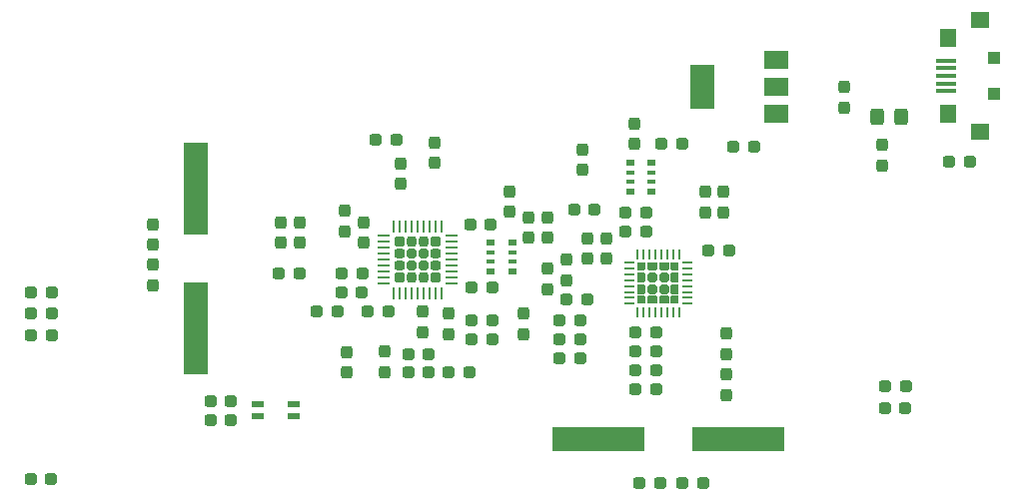
<source format=gtp>
G04 #@! TF.GenerationSoftware,KiCad,Pcbnew,8.0.4*
G04 #@! TF.CreationDate,2024-09-14T16:47:45+09:00*
G04 #@! TF.ProjectId,100base-t1-converter,31303062-6173-4652-9d74-312d636f6e76,rev?*
G04 #@! TF.SameCoordinates,Original*
G04 #@! TF.FileFunction,Paste,Top*
G04 #@! TF.FilePolarity,Positive*
%FSLAX46Y46*%
G04 Gerber Fmt 4.6, Leading zero omitted, Abs format (unit mm)*
G04 Created by KiCad (PCBNEW 8.0.4) date 2024-09-14 16:47:45*
%MOMM*%
%LPD*%
G01*
G04 APERTURE LIST*
G04 Aperture macros list*
%AMRoundRect*
0 Rectangle with rounded corners*
0 $1 Rounding radius*
0 $2 $3 $4 $5 $6 $7 $8 $9 X,Y pos of 4 corners*
0 Add a 4 corners polygon primitive as box body*
4,1,4,$2,$3,$4,$5,$6,$7,$8,$9,$2,$3,0*
0 Add four circle primitives for the rounded corners*
1,1,$1+$1,$2,$3*
1,1,$1+$1,$4,$5*
1,1,$1+$1,$6,$7*
1,1,$1+$1,$8,$9*
0 Add four rect primitives between the rounded corners*
20,1,$1+$1,$2,$3,$4,$5,0*
20,1,$1+$1,$4,$5,$6,$7,0*
20,1,$1+$1,$6,$7,$8,$9,0*
20,1,$1+$1,$8,$9,$2,$3,0*%
%AMFreePoly0*
4,1,7,0.322490,0.294667,0.322490,-0.294667,0.214044,-0.403113,-0.322490,-0.403113,-0.322490,0.403113,0.214044,0.403113,0.322490,0.294667,0.322490,0.294667,$1*%
%AMFreePoly1*
4,1,7,0.322490,-0.403113,-0.214044,-0.403113,-0.322490,-0.294667,-0.322490,0.294667,-0.214044,0.403113,0.322490,0.403113,0.322490,-0.403113,0.322490,-0.403113,$1*%
%AMFreePoly2*
4,1,7,0.403113,-0.214044,0.294667,-0.322490,-0.294667,-0.322490,-0.403113,-0.214044,-0.403113,0.322490,0.403113,0.322490,0.403113,-0.214044,0.403113,-0.214044,$1*%
%AMFreePoly3*
4,1,7,0.403113,0.214044,0.403113,-0.322490,-0.403113,-0.322490,-0.403113,0.214044,-0.294667,0.322490,0.294667,0.322490,0.403113,0.214044,0.403113,0.214044,$1*%
%AMFreePoly4*
4,1,6,0.322490,-0.194667,0.194667,-0.322490,-0.322490,-0.322490,-0.322490,0.322490,0.322490,0.322490,0.322490,-0.194667,0.322490,-0.194667,$1*%
%AMFreePoly5*
4,1,6,0.322490,0.194667,0.322490,-0.322490,-0.322490,-0.322490,-0.322490,0.322490,0.194667,0.322490,0.322490,0.194667,0.322490,0.194667,$1*%
%AMFreePoly6*
4,1,6,0.322490,-0.322490,-0.194667,-0.322490,-0.322490,-0.194667,-0.322490,0.322490,0.322490,0.322490,0.322490,-0.322490,0.322490,-0.322490,$1*%
%AMFreePoly7*
4,1,6,0.322490,-0.322490,-0.322490,-0.322490,-0.322490,0.194667,-0.194667,0.322490,0.322490,0.322490,0.322490,-0.322490,0.322490,-0.322490,$1*%
G04 Aperture macros list end*
%ADD10RoundRect,0.237500X0.237500X-0.287500X0.237500X0.287500X-0.237500X0.287500X-0.237500X-0.287500X0*%
%ADD11RoundRect,0.237500X-0.287500X-0.237500X0.287500X-0.237500X0.287500X0.237500X-0.287500X0.237500X0*%
%ADD12RoundRect,0.237500X-0.237500X0.287500X-0.237500X-0.287500X0.237500X-0.287500X0.237500X0.287500X0*%
%ADD13RoundRect,0.237500X0.287500X0.237500X-0.287500X0.237500X-0.287500X-0.237500X0.287500X-0.237500X0*%
%ADD14RoundRect,0.250000X-0.325000X-0.450000X0.325000X-0.450000X0.325000X0.450000X-0.325000X0.450000X0*%
%ADD15R,1.050000X0.600000*%
%ADD16R,1.800000X0.400000*%
%ADD17R,1.400000X1.500000*%
%ADD18R,1.500000X1.350000*%
%ADD19R,1.000000X1.100000*%
%ADD20R,2.000000X3.800000*%
%ADD21R,2.000000X1.500000*%
%ADD22RoundRect,0.201557X-0.201556X-0.201556X0.201556X-0.201556X0.201556X0.201556X-0.201556X0.201556X0*%
%ADD23RoundRect,0.201557X-0.221711X-0.201556X0.221711X-0.201556X0.221711X0.201556X-0.221711X0.201556X0*%
%ADD24RoundRect,0.201557X-0.201556X-0.221711X0.201556X-0.221711X0.201556X0.221711X-0.201556X0.221711X0*%
%ADD25RoundRect,0.211634X-0.211634X-0.211634X0.211634X-0.211634X0.211634X0.211634X-0.211634X0.211634X0*%
%ADD26RoundRect,0.062500X-0.475000X-0.062500X0.475000X-0.062500X0.475000X0.062500X-0.475000X0.062500X0*%
%ADD27RoundRect,0.062500X-0.062500X-0.475000X0.062500X-0.475000X0.062500X0.475000X-0.062500X0.475000X0*%
%ADD28RoundRect,0.201557X0.201556X0.201556X-0.201556X0.201556X-0.201556X-0.201556X0.201556X-0.201556X0*%
%ADD29FreePoly0,180.000000*%
%ADD30FreePoly1,180.000000*%
%ADD31FreePoly2,180.000000*%
%ADD32FreePoly3,180.000000*%
%ADD33FreePoly4,180.000000*%
%ADD34FreePoly5,180.000000*%
%ADD35FreePoly6,180.000000*%
%ADD36FreePoly7,180.000000*%
%ADD37RoundRect,0.062500X0.337500X0.062500X-0.337500X0.062500X-0.337500X-0.062500X0.337500X-0.062500X0*%
%ADD38RoundRect,0.062500X0.062500X0.337500X-0.062500X0.337500X-0.062500X-0.337500X0.062500X-0.337500X0*%
%ADD39R,2.000000X7.875000*%
%ADD40R,7.875000X2.000000*%
%ADD41R,0.800000X0.500000*%
%ADD42R,0.800000X0.400000*%
G04 APERTURE END LIST*
D10*
G04 #@! TO.C,R4*
X213600000Y-99150000D03*
X213600000Y-97400000D03*
G04 #@! TD*
D11*
G04 #@! TO.C,C21*
X220250000Y-98600000D03*
X222000000Y-98600000D03*
G04 #@! TD*
D12*
G04 #@! TO.C,C19*
X227000000Y-97000000D03*
X227000000Y-95250000D03*
G04 #@! TD*
D10*
G04 #@! TO.C,C1*
X238760000Y-88110000D03*
X238760000Y-86360000D03*
G04 #@! TD*
D11*
G04 #@! TO.C,C2*
X229390000Y-91440000D03*
X231140000Y-91440000D03*
G04 #@! TD*
D10*
G04 #@! TO.C,C3*
X198000000Y-97850000D03*
X198000000Y-99600000D03*
G04 #@! TD*
D13*
G04 #@! TO.C,C4*
X208950000Y-106200000D03*
X207200000Y-106200000D03*
G04 #@! TD*
D11*
G04 #@! TO.C,C5*
X196125000Y-103800000D03*
X197875000Y-103800000D03*
G04 #@! TD*
G04 #@! TO.C,C6*
X197950000Y-102200000D03*
X196200000Y-102200000D03*
G04 #@! TD*
D13*
G04 #@! TO.C,C7*
X207200000Y-103400000D03*
X208950000Y-103400000D03*
G04 #@! TD*
D11*
G04 #@! TO.C,C8*
X207050000Y-98000000D03*
X208800000Y-98000000D03*
G04 #@! TD*
G04 #@! TO.C,C9*
X203550000Y-109000000D03*
X201800000Y-109000000D03*
G04 #@! TD*
G04 #@! TO.C,C10*
X201800000Y-110600000D03*
X203550000Y-110600000D03*
G04 #@! TD*
D10*
G04 #@! TO.C,C11*
X203000000Y-107150000D03*
X203000000Y-105400000D03*
G04 #@! TD*
D13*
G04 #@! TO.C,C12*
X200150000Y-105400000D03*
X198400000Y-105400000D03*
G04 #@! TD*
D12*
G04 #@! TO.C,C13*
X180200000Y-101450000D03*
X180200000Y-103200000D03*
G04 #@! TD*
D10*
G04 #@! TO.C,C14*
X180200000Y-98000000D03*
X180200000Y-99750000D03*
G04 #@! TD*
D11*
G04 #@! TO.C,C15*
X186800000Y-113000000D03*
X185050000Y-113000000D03*
G04 #@! TD*
D13*
G04 #@! TO.C,C16*
X186800000Y-114600000D03*
X185050000Y-114600000D03*
G04 #@! TD*
D11*
G04 #@! TO.C,C17*
X169850000Y-103800000D03*
X171600000Y-103800000D03*
G04 #@! TD*
G04 #@! TO.C,C18*
X222800000Y-110400000D03*
X221050000Y-110400000D03*
G04 #@! TD*
D12*
G04 #@! TO.C,C20*
X228500000Y-95250000D03*
X228500000Y-97000000D03*
G04 #@! TD*
D13*
G04 #@! TO.C,C22*
X216400000Y-107800000D03*
X214650000Y-107800000D03*
G04 #@! TD*
D11*
G04 #@! TO.C,C23*
X221050000Y-108800000D03*
X222800000Y-108800000D03*
G04 #@! TD*
G04 #@! TO.C,C24*
X221050000Y-107200000D03*
X222800000Y-107200000D03*
G04 #@! TD*
D12*
G04 #@! TO.C,C25*
X228750000Y-107250000D03*
X228750000Y-109000000D03*
G04 #@! TD*
D13*
G04 #@! TO.C,C26*
X221400000Y-120000000D03*
X223150000Y-120000000D03*
G04 #@! TD*
D11*
G04 #@! TO.C,C27*
X225050000Y-120000000D03*
X226800000Y-120000000D03*
G04 #@! TD*
D14*
G04 #@! TO.C,F1*
X241545000Y-88900000D03*
X243595000Y-88900000D03*
G04 #@! TD*
D13*
G04 #@! TO.C,FB1*
X194050000Y-105400000D03*
X195800000Y-105400000D03*
G04 #@! TD*
G04 #@! TO.C,FB2*
X192600000Y-102200000D03*
X190850000Y-102200000D03*
G04 #@! TD*
D11*
G04 #@! TO.C,FB3*
X207200000Y-107800000D03*
X208950000Y-107800000D03*
G04 #@! TD*
D10*
G04 #@! TO.C,FB4*
X199800000Y-110550000D03*
X199800000Y-108800000D03*
G04 #@! TD*
D13*
G04 #@! TO.C,FB5*
X221050000Y-112000000D03*
X222800000Y-112000000D03*
G04 #@! TD*
D15*
G04 #@! TO.C,FL1*
X189075000Y-114300000D03*
X192125000Y-114300000D03*
X189075000Y-113300000D03*
X192125000Y-113300000D03*
G04 #@! TD*
D16*
G04 #@! TO.C,J6*
X247400000Y-84120000D03*
D17*
X247570000Y-88670000D03*
X247570000Y-82170000D03*
D18*
X250270000Y-90170000D03*
X250270000Y-80670000D03*
D19*
X251420000Y-83920000D03*
X251420000Y-86920000D03*
D16*
X247400000Y-84770000D03*
X247400000Y-85420000D03*
X247400000Y-86070000D03*
X247400000Y-86720000D03*
G04 #@! TD*
D12*
G04 #@! TO.C,R1*
X204000000Y-92800000D03*
X204000000Y-91050000D03*
G04 #@! TD*
D11*
G04 #@! TO.C,R2*
X199050000Y-90800000D03*
X200800000Y-90800000D03*
G04 #@! TD*
D10*
G04 #@! TO.C,R3*
X215200000Y-102750000D03*
X215200000Y-101000000D03*
G04 #@! TD*
G04 #@! TO.C,R5*
X212000000Y-97400000D03*
X212000000Y-99150000D03*
G04 #@! TD*
G04 #@! TO.C,R6*
X213600000Y-103550000D03*
X213600000Y-101800000D03*
G04 #@! TD*
G04 #@! TO.C,R7*
X218600000Y-100950000D03*
X218600000Y-99200000D03*
G04 #@! TD*
G04 #@! TO.C,R8*
X217000000Y-99200000D03*
X217000000Y-100950000D03*
G04 #@! TD*
G04 #@! TO.C,R9*
X201200000Y-92850000D03*
X201200000Y-94600000D03*
G04 #@! TD*
D11*
G04 #@! TO.C,R10*
X214650000Y-106200000D03*
X216400000Y-106200000D03*
G04 #@! TD*
D13*
G04 #@! TO.C,R11*
X207000000Y-110600000D03*
X205250000Y-110600000D03*
G04 #@! TD*
D10*
G04 #@! TO.C,R12*
X196400000Y-98600000D03*
X196400000Y-96850000D03*
G04 #@! TD*
D11*
G04 #@! TO.C,R13*
X215250000Y-104400000D03*
X217000000Y-104400000D03*
G04 #@! TD*
D12*
G04 #@! TO.C,R14*
X205200000Y-105600000D03*
X205200000Y-107350000D03*
G04 #@! TD*
D10*
G04 #@! TO.C,R15*
X191000000Y-97850000D03*
X191000000Y-99600000D03*
G04 #@! TD*
D12*
G04 #@! TO.C,R16*
X192600000Y-97850000D03*
X192600000Y-99600000D03*
G04 #@! TD*
G04 #@! TO.C,R17*
X196600000Y-110600000D03*
X196600000Y-108850000D03*
G04 #@! TD*
D13*
G04 #@! TO.C,R18*
X171600000Y-105600000D03*
X169850000Y-105600000D03*
G04 #@! TD*
D11*
G04 #@! TO.C,R19*
X169800000Y-119600000D03*
X171550000Y-119600000D03*
G04 #@! TD*
G04 #@! TO.C,R20*
X171600000Y-107400000D03*
X169850000Y-107400000D03*
G04 #@! TD*
D13*
G04 #@! TO.C,R21*
X249400000Y-92710000D03*
X247650000Y-92710000D03*
G04 #@! TD*
D10*
G04 #@! TO.C,R22*
X242000000Y-91250000D03*
X242000000Y-93000000D03*
G04 #@! TD*
D11*
G04 #@! TO.C,R23*
X244000000Y-111760000D03*
X242250000Y-111760000D03*
G04 #@! TD*
D10*
G04 #@! TO.C,R24*
X228750000Y-110750000D03*
X228750000Y-112500000D03*
G04 #@! TD*
D13*
G04 #@! TO.C,R25*
X243950000Y-113600000D03*
X242200000Y-113600000D03*
G04 #@! TD*
G04 #@! TO.C,R26*
X216400000Y-109400000D03*
X214650000Y-109400000D03*
G04 #@! TD*
D11*
G04 #@! TO.C,R27*
X220200000Y-97000000D03*
X221950000Y-97000000D03*
G04 #@! TD*
G04 #@! TO.C,R28*
X217600000Y-96800000D03*
X215850000Y-96800000D03*
G04 #@! TD*
D10*
G04 #@! TO.C,R29*
X211600000Y-105600000D03*
X211600000Y-107350000D03*
G04 #@! TD*
D12*
G04 #@! TO.C,R30*
X216600000Y-91650000D03*
X216600000Y-93400000D03*
G04 #@! TD*
G04 #@! TO.C,R31*
X221000000Y-91200000D03*
X221000000Y-89450000D03*
G04 #@! TD*
D10*
G04 #@! TO.C,R32*
X210400000Y-95200000D03*
X210400000Y-96950000D03*
G04 #@! TD*
D11*
G04 #@! TO.C,R33*
X225000000Y-91200000D03*
X223250000Y-91200000D03*
G04 #@! TD*
D20*
G04 #@! TO.C,U1*
X226720000Y-86360000D03*
D21*
X233020000Y-86360000D03*
X233020000Y-84060000D03*
X233020000Y-88660000D03*
G04 #@! TD*
D22*
G04 #@! TO.C,U2*
X202100000Y-100500000D03*
X202100000Y-101500000D03*
X203100000Y-100500000D03*
X203100000Y-101500000D03*
D23*
X201075000Y-100500000D03*
X201075000Y-101500000D03*
X204125000Y-100500000D03*
X204125000Y-101500000D03*
D24*
X202100000Y-99475000D03*
X203100000Y-99475000D03*
X202100000Y-102525000D03*
X203100000Y-102525000D03*
D25*
X201075000Y-99475000D03*
X201075000Y-102525000D03*
X204125000Y-99475000D03*
X204125000Y-102525000D03*
D26*
X199762500Y-99000000D03*
X199762500Y-99500000D03*
X199762500Y-100000000D03*
X199762500Y-100500000D03*
X199762500Y-101000000D03*
X199762500Y-101500000D03*
X199762500Y-102000000D03*
X199762500Y-102500000D03*
X199762500Y-103000000D03*
D27*
X200600000Y-103837500D03*
X201100000Y-103837500D03*
X201600000Y-103837500D03*
X202100000Y-103837500D03*
X202600000Y-103837500D03*
X203100000Y-103837500D03*
X203600000Y-103837500D03*
X204100000Y-103837500D03*
X204600000Y-103837500D03*
D26*
X205437500Y-103000000D03*
X205437500Y-102500000D03*
X205437500Y-102000000D03*
X205437500Y-101500000D03*
X205437500Y-101000000D03*
X205437500Y-100500000D03*
X205437500Y-100000000D03*
X205437500Y-99500000D03*
X205437500Y-99000000D03*
D27*
X204600000Y-98162500D03*
X204100000Y-98162500D03*
X203600000Y-98162500D03*
X203100000Y-98162500D03*
X202600000Y-98162500D03*
X202100000Y-98162500D03*
X201600000Y-98162500D03*
X201100000Y-98162500D03*
X200600000Y-98162500D03*
G04 #@! TD*
D28*
G04 #@! TO.C,U4*
X223500000Y-103500000D03*
X223500000Y-102500000D03*
X222500000Y-103500000D03*
X222500000Y-102500000D03*
D29*
X224400000Y-103500000D03*
X224400000Y-102500000D03*
D30*
X221600000Y-103500000D03*
X221600000Y-102500000D03*
D31*
X223500000Y-104400000D03*
X222500000Y-104400000D03*
D32*
X223500000Y-101600000D03*
X222500000Y-101600000D03*
D33*
X224400000Y-104400000D03*
D34*
X224400000Y-101600000D03*
D35*
X221600000Y-104400000D03*
D36*
X221600000Y-101600000D03*
D37*
X225450000Y-104750000D03*
X225450000Y-104250000D03*
X225450000Y-103750000D03*
X225450000Y-103250000D03*
X225450000Y-102750000D03*
X225450000Y-102250000D03*
X225450000Y-101750000D03*
X225450000Y-101250000D03*
D38*
X224750000Y-100550000D03*
X224250000Y-100550000D03*
X223750000Y-100550000D03*
X223250000Y-100550000D03*
X222750000Y-100550000D03*
X222250000Y-100550000D03*
X221750000Y-100550000D03*
X221250000Y-100550000D03*
D37*
X220550000Y-101250000D03*
X220550000Y-101750000D03*
X220550000Y-102250000D03*
X220550000Y-102750000D03*
X220550000Y-103250000D03*
X220550000Y-103750000D03*
X220550000Y-104250000D03*
X220550000Y-104750000D03*
D38*
X221250000Y-105450000D03*
X221750000Y-105450000D03*
X222250000Y-105450000D03*
X222750000Y-105450000D03*
X223250000Y-105450000D03*
X223750000Y-105450000D03*
X224250000Y-105450000D03*
X224750000Y-105450000D03*
G04 #@! TD*
D39*
G04 #@! TO.C,Y1*
X183800000Y-106875000D03*
X183800000Y-95000000D03*
G04 #@! TD*
D40*
G04 #@! TO.C,Y2*
X217925000Y-116200000D03*
X229800000Y-116200000D03*
G04 #@! TD*
D11*
G04 #@! TO.C,C28*
X227250000Y-100250000D03*
X229000000Y-100250000D03*
G04 #@! TD*
D41*
G04 #@! TO.C,RN1*
X208800000Y-99600000D03*
D42*
X208800000Y-100400000D03*
D41*
X208800000Y-102000000D03*
D42*
X208800000Y-101200000D03*
D41*
X210600000Y-99600000D03*
D42*
X210600000Y-101200000D03*
X210600000Y-100400000D03*
D41*
X210600000Y-102000000D03*
G04 #@! TD*
G04 #@! TO.C,RN2*
X220600000Y-92800000D03*
D42*
X220600000Y-93600000D03*
D41*
X220600000Y-95200000D03*
D42*
X220600000Y-94400000D03*
D41*
X222400000Y-92800000D03*
D42*
X222400000Y-94400000D03*
X222400000Y-93600000D03*
D41*
X222400000Y-95200000D03*
G04 #@! TD*
M02*

</source>
